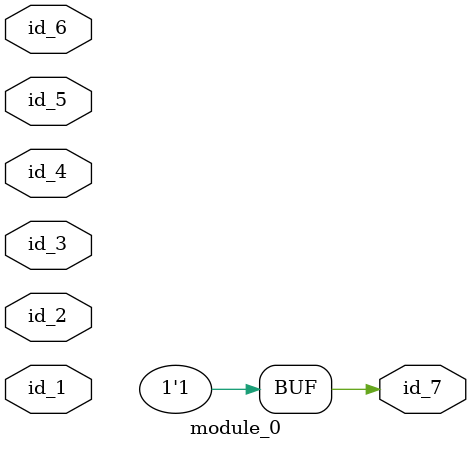
<source format=v>
module module_0 (
    id_1,
    id_2,
    id_3,
    id_4,
    id_5,
    id_6,
    id_7
);
  output id_7;
  input id_6;
  input id_5;
  input id_4;
  inout id_3;
  input id_2;
  inout id_1;
  assign id_7 = 1;
endmodule

</source>
